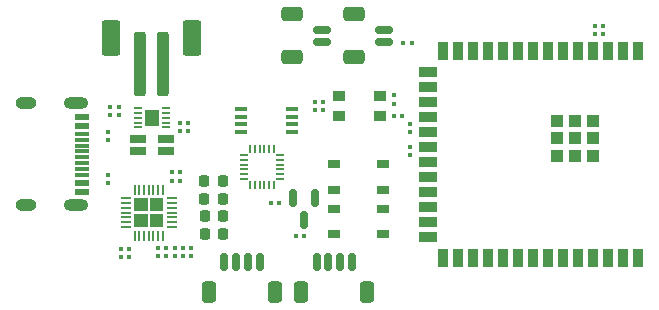
<source format=gbr>
%TF.GenerationSoftware,KiCad,Pcbnew,7.0.6*%
%TF.CreationDate,2023-10-17T01:06:07-04:00*%
%TF.ProjectId,tstick-5gw-pro-USB-V2-pcb,74737469-636b-42d3-9567-772d70726f2d,v0.0.2*%
%TF.SameCoordinates,Original*%
%TF.FileFunction,Paste,Top*%
%TF.FilePolarity,Positive*%
%FSLAX46Y46*%
G04 Gerber Fmt 4.6, Leading zero omitted, Abs format (unit mm)*
G04 Created by KiCad (PCBNEW 7.0.6) date 2023-10-17 01:06:07*
%MOMM*%
%LPD*%
G01*
G04 APERTURE LIST*
G04 Aperture macros list*
%AMRoundRect*
0 Rectangle with rounded corners*
0 $1 Rounding radius*
0 $2 $3 $4 $5 $6 $7 $8 $9 X,Y pos of 4 corners*
0 Add a 4 corners polygon primitive as box body*
4,1,4,$2,$3,$4,$5,$6,$7,$8,$9,$2,$3,0*
0 Add four circle primitives for the rounded corners*
1,1,$1+$1,$2,$3*
1,1,$1+$1,$4,$5*
1,1,$1+$1,$6,$7*
1,1,$1+$1,$8,$9*
0 Add four rect primitives between the rounded corners*
20,1,$1+$1,$2,$3,$4,$5,0*
20,1,$1+$1,$4,$5,$6,$7,0*
20,1,$1+$1,$6,$7,$8,$9,0*
20,1,$1+$1,$8,$9,$2,$3,0*%
G04 Aperture macros list end*
%ADD10RoundRect,0.250000X-0.250000X-2.500000X0.250000X-2.500000X0.250000X2.500000X-0.250000X2.500000X0*%
%ADD11RoundRect,0.250000X-0.550000X-1.250000X0.550000X-1.250000X0.550000X1.250000X-0.550000X1.250000X0*%
%ADD12RoundRect,0.079500X0.079500X0.100500X-0.079500X0.100500X-0.079500X-0.100500X0.079500X-0.100500X0*%
%ADD13RoundRect,0.079500X-0.079500X-0.100500X0.079500X-0.100500X0.079500X0.100500X-0.079500X0.100500X0*%
%ADD14RoundRect,0.079500X-0.100500X0.079500X-0.100500X-0.079500X0.100500X-0.079500X0.100500X0.079500X0*%
%ADD15RoundRect,0.079500X0.100500X-0.079500X0.100500X0.079500X-0.100500X0.079500X-0.100500X-0.079500X0*%
%ADD16R,1.050000X0.650000*%
%ADD17R,0.706399X0.204000*%
%ADD18R,1.295400X1.397000*%
%ADD19R,0.655599X0.204000*%
%ADD20R,0.204000X0.655599*%
%ADD21R,0.900000X1.500000*%
%ADD22R,1.500000X0.900000*%
%ADD23R,1.000000X1.000000*%
%ADD24RoundRect,0.150000X0.150000X0.625000X-0.150000X0.625000X-0.150000X-0.625000X0.150000X-0.625000X0*%
%ADD25RoundRect,0.250000X0.350000X0.650000X-0.350000X0.650000X-0.350000X-0.650000X0.350000X-0.650000X0*%
%ADD26RoundRect,0.218750X-0.218750X-0.256250X0.218750X-0.256250X0.218750X0.256250X-0.218750X0.256250X0*%
%ADD27RoundRect,0.225000X0.225000X0.250000X-0.225000X0.250000X-0.225000X-0.250000X0.225000X-0.250000X0*%
%ADD28RoundRect,0.150000X0.625000X-0.150000X0.625000X0.150000X-0.625000X0.150000X-0.625000X-0.150000X0*%
%ADD29RoundRect,0.250000X0.650000X-0.350000X0.650000X0.350000X-0.650000X0.350000X-0.650000X-0.350000X0*%
%ADD30R,1.000000X0.850000*%
%ADD31R,0.807999X0.204000*%
%ADD32R,0.204000X0.807999*%
%ADD33R,1.100000X0.400000*%
%ADD34R,1.343800X0.712000*%
%ADD35R,1.150000X0.600000*%
%ADD36R,1.150000X0.300000*%
%ADD37O,2.100000X1.000000*%
%ADD38O,1.800000X1.000000*%
%ADD39RoundRect,0.150000X-0.150000X0.587500X-0.150000X-0.587500X0.150000X-0.587500X0.150000X0.587500X0*%
G04 APERTURE END LIST*
%TO.C,U1*%
G36*
X111899999Y-65274999D02*
G01*
X110753799Y-65274999D01*
X110753799Y-64128799D01*
X111899999Y-64128799D01*
X111899999Y-65274999D01*
G37*
G36*
X111899999Y-66621199D02*
G01*
X110753799Y-66621199D01*
X110753799Y-65474999D01*
X111899999Y-65474999D01*
X111899999Y-66621199D01*
G37*
G36*
X113246199Y-65274999D02*
G01*
X112099999Y-65274999D01*
X112099999Y-64128799D01*
X113246199Y-64128799D01*
X113246199Y-65274999D01*
G37*
G36*
X113246199Y-66621199D02*
G01*
X112099999Y-66621199D01*
X112099999Y-65474999D01*
X113246199Y-65474999D01*
X113246199Y-66621199D01*
G37*
%TD*%
D10*
%TO.C,BT1*%
X111220000Y-52830000D03*
X113220000Y-52830000D03*
D11*
X108820000Y-50580000D03*
X115620000Y-50580000D03*
%TD*%
D12*
%TO.C,R23*%
X125150000Y-67350000D03*
X124460000Y-67350000D03*
%TD*%
D13*
%TO.C,R11*%
X113950000Y-61975000D03*
X114640000Y-61975000D03*
%TD*%
D14*
%TO.C,R18*%
X126050000Y-55983750D03*
X126050000Y-56673750D03*
%TD*%
D15*
%TO.C,R3*%
X115609300Y-69070000D03*
X115609300Y-68380000D03*
%TD*%
%TO.C,R19*%
X134160000Y-58565000D03*
X134160000Y-57875000D03*
%TD*%
%TO.C,CHARGLED1*%
X114899999Y-69055699D03*
X114899999Y-68365699D03*
%TD*%
D16*
%TO.C,SW2*%
X131800000Y-67200000D03*
X127650000Y-67200000D03*
X131800000Y-65050000D03*
X127650000Y-65050000D03*
%TD*%
D17*
%TO.C,FG1*%
X111077200Y-56550000D03*
X111077200Y-56950002D03*
X111077200Y-57350001D03*
X111077200Y-57750000D03*
X111077200Y-58150002D03*
X113460000Y-58150002D03*
X113460000Y-57750000D03*
X113460000Y-57350001D03*
X113460000Y-56950002D03*
X113460000Y-56550000D03*
D18*
X112268600Y-57350001D03*
%TD*%
D19*
%TO.C,IMU1*%
X120056800Y-60524999D03*
X120056800Y-60925001D03*
X120056800Y-61325000D03*
X120056800Y-61725000D03*
X120056800Y-62124999D03*
X120056800Y-62525001D03*
D20*
X120578399Y-63046600D03*
X120978401Y-63046600D03*
X121378400Y-63046600D03*
X121778400Y-63046600D03*
X122178399Y-63046600D03*
X122578401Y-63046600D03*
D19*
X123100000Y-62525001D03*
X123100000Y-62124999D03*
X123100000Y-61725000D03*
X123100000Y-61325000D03*
X123100000Y-60925001D03*
X123100000Y-60524999D03*
D20*
X122578401Y-60003400D03*
X122178399Y-60003400D03*
X121778400Y-60003400D03*
X121378400Y-60003400D03*
X120978401Y-60003400D03*
X120578399Y-60003400D03*
%TD*%
D21*
%TO.C,MCU1*%
X153430000Y-51700000D03*
X152160000Y-51700000D03*
X150890000Y-51700000D03*
X149620000Y-51700000D03*
X148350000Y-51700000D03*
X147080000Y-51700000D03*
X145810000Y-51700000D03*
X144540000Y-51700000D03*
X143270000Y-51700000D03*
X142000000Y-51700000D03*
X140730000Y-51700000D03*
X139460000Y-51700000D03*
X138190000Y-51700000D03*
X136920000Y-51700000D03*
D22*
X135670000Y-53465000D03*
X135670000Y-54735000D03*
X135670000Y-56005000D03*
X135670000Y-57275000D03*
X135670000Y-58545000D03*
X135670000Y-59815000D03*
X135670000Y-61085000D03*
X135670000Y-62355000D03*
X135670000Y-63625000D03*
X135670000Y-64895000D03*
X135670000Y-66165000D03*
X135670000Y-67435000D03*
D21*
X136920000Y-69200000D03*
X138190000Y-69200000D03*
X139460000Y-69200000D03*
X140730000Y-69200000D03*
X142000000Y-69200000D03*
X143270000Y-69200000D03*
X144540000Y-69200000D03*
X145810000Y-69200000D03*
X147080000Y-69200000D03*
X148350000Y-69200000D03*
X149620000Y-69200000D03*
X150890000Y-69200000D03*
X152160000Y-69200000D03*
X153430000Y-69200000D03*
D23*
X149580000Y-57590000D03*
X148080000Y-57590000D03*
X148080000Y-57590000D03*
X146580000Y-57590000D03*
X149580000Y-59090000D03*
X149580000Y-59090000D03*
X148080000Y-59090000D03*
X146580000Y-59090000D03*
X149580000Y-60590000D03*
X148080000Y-60590000D03*
X146580000Y-60590000D03*
%TD*%
D12*
%TO.C,R21*%
X123045000Y-64525000D03*
X122355000Y-64525000D03*
%TD*%
D15*
%TO.C,R6*%
X108590000Y-62865000D03*
X108590000Y-62175000D03*
%TD*%
%TO.C,R8*%
X112799999Y-69060699D03*
X112799999Y-68370699D03*
%TD*%
D24*
%TO.C,QWIIC1*%
X121390000Y-69570000D03*
X120390000Y-69570000D03*
X119390000Y-69570000D03*
X118390000Y-69570000D03*
D25*
X122690000Y-72095000D03*
X117090000Y-72095000D03*
%TD*%
D26*
%TO.C,L2*%
X116709300Y-64190700D03*
X118284300Y-64190700D03*
%TD*%
D24*
%TO.C,TrillExtensionInput1*%
X129210000Y-69570000D03*
X128210000Y-69570000D03*
X127210000Y-69570000D03*
X126210000Y-69570000D03*
D25*
X130510000Y-72095000D03*
X124910000Y-72095000D03*
%TD*%
D27*
%TO.C,C4*%
X118284300Y-67150700D03*
X116734300Y-67150700D03*
%TD*%
D15*
%TO.C,R4*%
X114199999Y-69060699D03*
X114199999Y-68370699D03*
%TD*%
D14*
%TO.C,C1*%
X115360000Y-57775000D03*
X115360000Y-58465000D03*
%TD*%
D28*
%TO.C,FSR1*%
X131885000Y-50890000D03*
X131885000Y-49890000D03*
D29*
X129360000Y-52190000D03*
X129360000Y-48590000D03*
%TD*%
D30*
%TO.C,PWLED1*%
X128100000Y-55475000D03*
X128100000Y-57225000D03*
X131600000Y-57225000D03*
X131600000Y-55475000D03*
%TD*%
D15*
%TO.C,C9*%
X149750000Y-50225000D03*
X149750000Y-49535000D03*
%TD*%
D28*
%TO.C,SW1*%
X126650000Y-50900000D03*
X126650000Y-49900000D03*
D29*
X124125000Y-52200000D03*
X124125000Y-48600000D03*
%TD*%
D14*
%TO.C,C13*%
X132725000Y-55455000D03*
X132725000Y-56145000D03*
%TD*%
%TO.C,R9*%
X113499999Y-68370699D03*
X113499999Y-69060699D03*
%TD*%
D15*
%TO.C,R5*%
X150480000Y-50235000D03*
X150480000Y-49545000D03*
%TD*%
D12*
%TO.C,C3*%
X110349999Y-69145699D03*
X109659999Y-69145699D03*
%TD*%
D15*
%TO.C,TH1*%
X109460000Y-57125000D03*
X109460000Y-56435000D03*
%TD*%
D14*
%TO.C,C14*%
X126770000Y-55983750D03*
X126770000Y-56673750D03*
%TD*%
D31*
%TO.C,U1*%
X110059299Y-64174999D03*
X110059299Y-64574998D03*
X110059299Y-64975000D03*
X110059299Y-65374999D03*
X110059299Y-65774998D03*
X110059299Y-66175000D03*
X110059299Y-66574999D03*
D32*
X110799999Y-67315699D03*
X111199998Y-67315699D03*
X111600000Y-67315699D03*
X111999999Y-67315699D03*
X112399998Y-67315699D03*
X112800000Y-67315699D03*
X113199999Y-67315699D03*
D31*
X113940699Y-66574999D03*
X113940699Y-66175000D03*
X113940699Y-65774998D03*
X113940699Y-65374999D03*
X113940699Y-64975000D03*
X113940699Y-64574998D03*
X113940699Y-64174999D03*
D32*
X113199999Y-63434299D03*
X112800000Y-63434299D03*
X112399998Y-63434299D03*
X111999999Y-63434299D03*
X111600000Y-63434299D03*
X111199998Y-63434299D03*
X110799999Y-63434299D03*
%TD*%
D14*
%TO.C,C2*%
X114640000Y-57790000D03*
X114640000Y-58480000D03*
%TD*%
D33*
%TO.C,U4*%
X119825000Y-56600000D03*
X119825000Y-57250000D03*
X119825000Y-57900000D03*
X119825000Y-58550000D03*
X124125000Y-58550000D03*
X124125000Y-57900000D03*
X124125000Y-57250000D03*
X124125000Y-56600000D03*
%TD*%
D16*
%TO.C,SW3*%
X127650000Y-61300000D03*
X131800000Y-61300000D03*
X127650000Y-63450000D03*
X131800000Y-63450000D03*
%TD*%
D27*
%TO.C,C5*%
X118259300Y-62730700D03*
X116709300Y-62730700D03*
%TD*%
D34*
%TO.C,R2*%
X113419900Y-60195000D03*
X113419900Y-59145000D03*
X111060100Y-59145000D03*
X111060100Y-60195000D03*
%TD*%
D15*
%TO.C,R12*%
X108750000Y-57145000D03*
X108750000Y-56455000D03*
%TD*%
D35*
%TO.C,J1*%
X106390000Y-57250000D03*
X106390000Y-58050000D03*
D36*
X106390000Y-59200000D03*
X106390000Y-60200000D03*
X106390000Y-60700000D03*
X106390000Y-61700000D03*
D35*
X106390000Y-62850000D03*
X106390000Y-63650000D03*
X106390000Y-63650000D03*
X106390000Y-62850000D03*
D36*
X106390000Y-62200000D03*
X106390000Y-61200000D03*
X106390000Y-59700000D03*
X106390000Y-58700000D03*
D35*
X106390000Y-58050000D03*
X106390000Y-57250000D03*
D37*
X105815000Y-56130000D03*
D38*
X101635000Y-56130000D03*
D37*
X105815000Y-64770000D03*
D38*
X101635000Y-64770000D03*
%TD*%
D39*
%TO.C,Q3*%
X126075000Y-64112500D03*
X124175000Y-64112500D03*
X125125000Y-65987500D03*
%TD*%
D14*
%TO.C,R20*%
X134160000Y-59785000D03*
X134160000Y-60475000D03*
%TD*%
D12*
%TO.C,R10*%
X114640000Y-62675000D03*
X113950000Y-62675000D03*
%TD*%
D14*
%TO.C,R7*%
X108590000Y-58545000D03*
X108590000Y-59235000D03*
%TD*%
D12*
%TO.C,C8*%
X110354999Y-68435699D03*
X109664999Y-68435699D03*
%TD*%
D13*
%TO.C,R1*%
X133565000Y-51010000D03*
X134255000Y-51010000D03*
%TD*%
D12*
%TO.C,R13*%
X133420000Y-57225000D03*
X132730000Y-57225000D03*
%TD*%
D26*
%TO.C,L1*%
X116721800Y-65680700D03*
X118296800Y-65680700D03*
%TD*%
M02*

</source>
